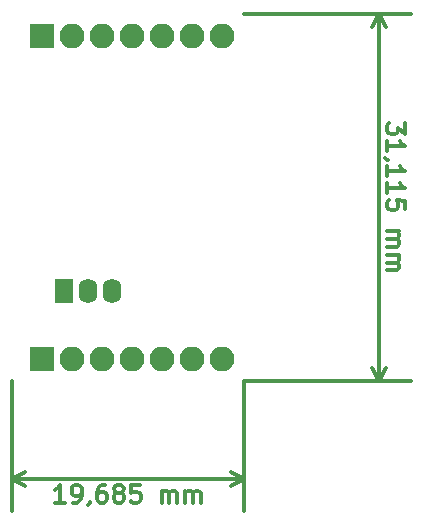
<source format=gbs>
G04 #@! TF.FileFunction,Soldermask,Bot*
%FSLAX46Y46*%
G04 Gerber Fmt 4.6, Leading zero omitted, Abs format (unit mm)*
G04 Created by KiCad (PCBNEW 4.0.7-e1-6374~58~ubuntu16.04.1) date Wed Aug  2 21:48:17 2017*
%MOMM*%
%LPD*%
G01*
G04 APERTURE LIST*
%ADD10C,0.100000*%
%ADD11C,0.300000*%
%ADD12R,1.600000X2.100000*%
%ADD13O,1.600000X2.100000*%
%ADD14R,2.100000X2.100000*%
%ADD15O,2.100000X2.100000*%
G04 APERTURE END LIST*
D10*
D11*
X147995358Y-132838571D02*
X147138215Y-132838571D01*
X147566787Y-132838571D02*
X147566787Y-131338571D01*
X147423930Y-131552857D01*
X147281072Y-131695714D01*
X147138215Y-131767143D01*
X148709643Y-132838571D02*
X148995358Y-132838571D01*
X149138215Y-132767143D01*
X149209643Y-132695714D01*
X149352501Y-132481429D01*
X149423929Y-132195714D01*
X149423929Y-131624286D01*
X149352501Y-131481429D01*
X149281072Y-131410000D01*
X149138215Y-131338571D01*
X148852501Y-131338571D01*
X148709643Y-131410000D01*
X148638215Y-131481429D01*
X148566786Y-131624286D01*
X148566786Y-131981429D01*
X148638215Y-132124286D01*
X148709643Y-132195714D01*
X148852501Y-132267143D01*
X149138215Y-132267143D01*
X149281072Y-132195714D01*
X149352501Y-132124286D01*
X149423929Y-131981429D01*
X150138214Y-132767143D02*
X150138214Y-132838571D01*
X150066786Y-132981429D01*
X149995357Y-133052857D01*
X151423929Y-131338571D02*
X151138215Y-131338571D01*
X150995358Y-131410000D01*
X150923929Y-131481429D01*
X150781072Y-131695714D01*
X150709643Y-131981429D01*
X150709643Y-132552857D01*
X150781072Y-132695714D01*
X150852500Y-132767143D01*
X150995358Y-132838571D01*
X151281072Y-132838571D01*
X151423929Y-132767143D01*
X151495358Y-132695714D01*
X151566786Y-132552857D01*
X151566786Y-132195714D01*
X151495358Y-132052857D01*
X151423929Y-131981429D01*
X151281072Y-131910000D01*
X150995358Y-131910000D01*
X150852500Y-131981429D01*
X150781072Y-132052857D01*
X150709643Y-132195714D01*
X152423929Y-131981429D02*
X152281071Y-131910000D01*
X152209643Y-131838571D01*
X152138214Y-131695714D01*
X152138214Y-131624286D01*
X152209643Y-131481429D01*
X152281071Y-131410000D01*
X152423929Y-131338571D01*
X152709643Y-131338571D01*
X152852500Y-131410000D01*
X152923929Y-131481429D01*
X152995357Y-131624286D01*
X152995357Y-131695714D01*
X152923929Y-131838571D01*
X152852500Y-131910000D01*
X152709643Y-131981429D01*
X152423929Y-131981429D01*
X152281071Y-132052857D01*
X152209643Y-132124286D01*
X152138214Y-132267143D01*
X152138214Y-132552857D01*
X152209643Y-132695714D01*
X152281071Y-132767143D01*
X152423929Y-132838571D01*
X152709643Y-132838571D01*
X152852500Y-132767143D01*
X152923929Y-132695714D01*
X152995357Y-132552857D01*
X152995357Y-132267143D01*
X152923929Y-132124286D01*
X152852500Y-132052857D01*
X152709643Y-131981429D01*
X154352500Y-131338571D02*
X153638214Y-131338571D01*
X153566785Y-132052857D01*
X153638214Y-131981429D01*
X153781071Y-131910000D01*
X154138214Y-131910000D01*
X154281071Y-131981429D01*
X154352500Y-132052857D01*
X154423928Y-132195714D01*
X154423928Y-132552857D01*
X154352500Y-132695714D01*
X154281071Y-132767143D01*
X154138214Y-132838571D01*
X153781071Y-132838571D01*
X153638214Y-132767143D01*
X153566785Y-132695714D01*
X156209642Y-132838571D02*
X156209642Y-131838571D01*
X156209642Y-131981429D02*
X156281070Y-131910000D01*
X156423928Y-131838571D01*
X156638213Y-131838571D01*
X156781070Y-131910000D01*
X156852499Y-132052857D01*
X156852499Y-132838571D01*
X156852499Y-132052857D02*
X156923928Y-131910000D01*
X157066785Y-131838571D01*
X157281070Y-131838571D01*
X157423928Y-131910000D01*
X157495356Y-132052857D01*
X157495356Y-132838571D01*
X158209642Y-132838571D02*
X158209642Y-131838571D01*
X158209642Y-131981429D02*
X158281070Y-131910000D01*
X158423928Y-131838571D01*
X158638213Y-131838571D01*
X158781070Y-131910000D01*
X158852499Y-132052857D01*
X158852499Y-132838571D01*
X158852499Y-132052857D02*
X158923928Y-131910000D01*
X159066785Y-131838571D01*
X159281070Y-131838571D01*
X159423928Y-131910000D01*
X159495356Y-132052857D01*
X159495356Y-132838571D01*
X163195000Y-130810000D02*
X143510000Y-130810000D01*
X163195000Y-122555000D02*
X163195000Y-133510000D01*
X143510000Y-122555000D02*
X143510000Y-133510000D01*
X143510000Y-130810000D02*
X144636504Y-130223579D01*
X143510000Y-130810000D02*
X144636504Y-131396421D01*
X163195000Y-130810000D02*
X162068496Y-130223579D01*
X163195000Y-130810000D02*
X162068496Y-131396421D01*
X176796429Y-100711787D02*
X176796429Y-101640358D01*
X176225000Y-101140358D01*
X176225000Y-101354644D01*
X176153571Y-101497501D01*
X176082143Y-101568930D01*
X175939286Y-101640358D01*
X175582143Y-101640358D01*
X175439286Y-101568930D01*
X175367857Y-101497501D01*
X175296429Y-101354644D01*
X175296429Y-100926072D01*
X175367857Y-100783215D01*
X175439286Y-100711787D01*
X175296429Y-103068929D02*
X175296429Y-102211786D01*
X175296429Y-102640358D02*
X176796429Y-102640358D01*
X176582143Y-102497501D01*
X176439286Y-102354643D01*
X176367857Y-102211786D01*
X175367857Y-103783214D02*
X175296429Y-103783214D01*
X175153571Y-103711786D01*
X175082143Y-103640357D01*
X175296429Y-105211786D02*
X175296429Y-104354643D01*
X175296429Y-104783215D02*
X176796429Y-104783215D01*
X176582143Y-104640358D01*
X176439286Y-104497500D01*
X176367857Y-104354643D01*
X175296429Y-106640357D02*
X175296429Y-105783214D01*
X175296429Y-106211786D02*
X176796429Y-106211786D01*
X176582143Y-106068929D01*
X176439286Y-105926071D01*
X176367857Y-105783214D01*
X176796429Y-107997500D02*
X176796429Y-107283214D01*
X176082143Y-107211785D01*
X176153571Y-107283214D01*
X176225000Y-107426071D01*
X176225000Y-107783214D01*
X176153571Y-107926071D01*
X176082143Y-107997500D01*
X175939286Y-108068928D01*
X175582143Y-108068928D01*
X175439286Y-107997500D01*
X175367857Y-107926071D01*
X175296429Y-107783214D01*
X175296429Y-107426071D01*
X175367857Y-107283214D01*
X175439286Y-107211785D01*
X175296429Y-109854642D02*
X176296429Y-109854642D01*
X176153571Y-109854642D02*
X176225000Y-109926070D01*
X176296429Y-110068928D01*
X176296429Y-110283213D01*
X176225000Y-110426070D01*
X176082143Y-110497499D01*
X175296429Y-110497499D01*
X176082143Y-110497499D02*
X176225000Y-110568928D01*
X176296429Y-110711785D01*
X176296429Y-110926070D01*
X176225000Y-111068928D01*
X176082143Y-111140356D01*
X175296429Y-111140356D01*
X175296429Y-111854642D02*
X176296429Y-111854642D01*
X176153571Y-111854642D02*
X176225000Y-111926070D01*
X176296429Y-112068928D01*
X176296429Y-112283213D01*
X176225000Y-112426070D01*
X176082143Y-112497499D01*
X175296429Y-112497499D01*
X176082143Y-112497499D02*
X176225000Y-112568928D01*
X176296429Y-112711785D01*
X176296429Y-112926070D01*
X176225000Y-113068928D01*
X176082143Y-113140356D01*
X175296429Y-113140356D01*
X174625000Y-91440000D02*
X174625000Y-122555000D01*
X163195000Y-91440000D02*
X177325000Y-91440000D01*
X163195000Y-122555000D02*
X177325000Y-122555000D01*
X174625000Y-122555000D02*
X174038579Y-121428496D01*
X174625000Y-122555000D02*
X175211421Y-121428496D01*
X174625000Y-91440000D02*
X174038579Y-92566504D01*
X174625000Y-91440000D02*
X175211421Y-92566504D01*
D12*
X147955000Y-114935000D03*
D13*
X149955000Y-114935000D03*
X151955000Y-114935000D03*
D14*
X146050000Y-120650000D03*
D15*
X148590000Y-120650000D03*
X151130000Y-120650000D03*
X153670000Y-120650000D03*
X156210000Y-120650000D03*
X158750000Y-120650000D03*
X161290000Y-120650000D03*
D14*
X146050000Y-93345000D03*
D15*
X148590000Y-93345000D03*
X151130000Y-93345000D03*
X153670000Y-93345000D03*
X156210000Y-93345000D03*
X158750000Y-93345000D03*
X161290000Y-93345000D03*
M02*

</source>
